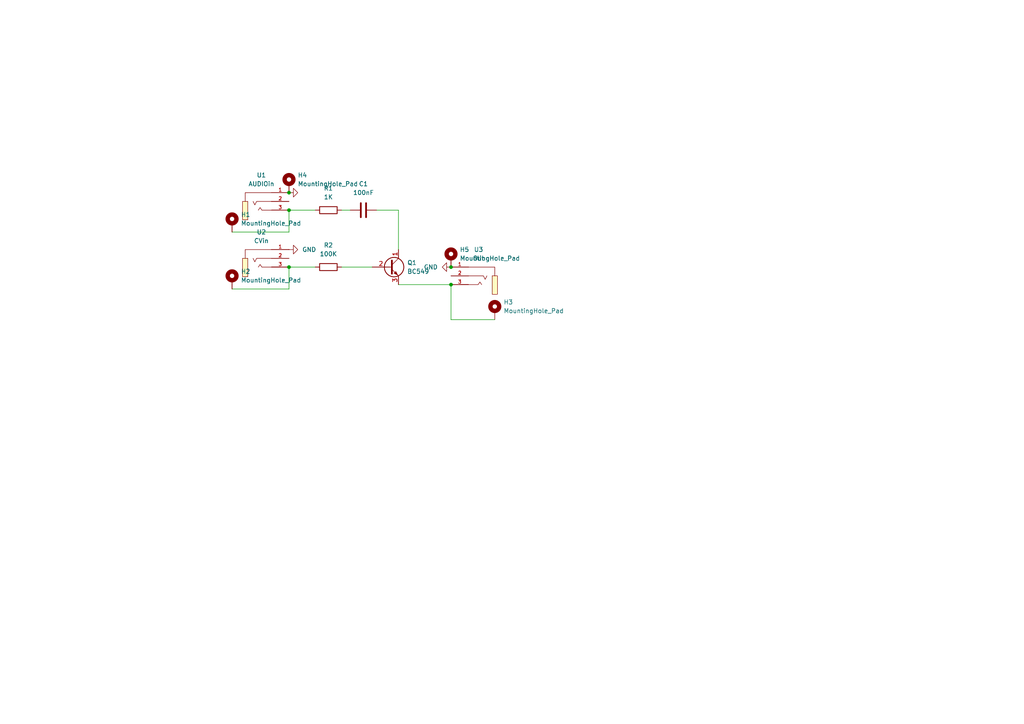
<source format=kicad_sch>
(kicad_sch (version 20231120) (generator "eeschema") (generator_version "8.0")
  (paper "A4")
  (lib_symbols
    (symbol "Device:C" (pin_numbers hide) (pin_names (offset 0.254))
      (property "Reference" "C" (at 0.635 2.54 0))
      (property "Value" "C" (at 0.635 -2.54 0))
      (symbol "C_0_1"
        (polyline (pts (xy -2.032 -0.762) (xy 2.032 -0.762)) (stroke (width 0.508)))
        (polyline (pts (xy -2.032 0.762) (xy 2.032 0.762)) (stroke (width 0.508)))
      )
      (symbol "C_1_1"
        (pin passive line (at 0 3.81 270) (length 2.794) (name "~") (number "1"))
        (pin passive line (at 0 -3.81 90) (length 2.794) (name "~") (number "2"))
      )
    )
    (symbol "Device:R" (pin_numbers hide) (pin_names (offset 0))
      (property "Reference" "R" (at 2.032 0 90))
      (property "Value" "R" (at 0 0 90))
      (symbol "R_0_1"
        (rectangle (start -1.016 -2.54) (end 1.016 2.54) (stroke (width 0.254)))
      )
      (symbol "R_1_1"
        (pin passive line (at 0 3.81 270) (length 1.27) (name "~") (number "1"))
        (pin passive line (at 0 -3.81 90) (length 1.27) (name "~") (number "2"))
      )
    )
    (symbol "Mechanical:MountingHole_Pad" (pin_numbers hide) (pin_names (offset 1.016) hide) (exclude_from_sim yes) (in_bom no)
      (property "Reference" "H" (at 0 6.35 0))
      (property "Value" "MountingHole_Pad" (at 0 4.445 0))
      (symbol "MountingHole_Pad_0_1"
        (circle (center 0 1.27) (radius 1.27) (stroke (width 1.27)))
      )
      (symbol "MountingHole_Pad_1_1"
        (pin input line (at 0 -2.54 90) (length 2.54) (name "1") (number "1"))
      )
    )
    (symbol "Transistor_BJT:BC549" (pin_names (offset 0) hide)
      (property "Reference" "Q" (at 5.08 1.905 0))
      (property "Value" "BC549" (at 5.08 0 0))
      (symbol "BC549_0_1"
        (polyline (pts (xy 0 0) (xy 0.635 0)))
        (polyline (pts (xy 0.635 0.635) (xy 2.54 2.54)))
        (polyline (pts (xy 0.635 -0.635) (xy 2.54 -2.54) (xy 2.54 -2.54)))
        (polyline (pts (xy 0.635 1.905) (xy 0.635 -1.905) (xy 0.635 -1.905)) (stroke (width 0.508)))
        (polyline (pts (xy 1.27 -1.778) (xy 1.778 -1.27) (xy 2.286 -2.286) (xy 1.27 -1.778) (xy 1.27 -1.778)) (fill (type outline)))
        (circle (center 1.27 0) (radius 2.8194) (stroke (width 0.254)))
      )
      (symbol "BC549_1_1"
        (pin passive line (at 2.54 5.08 270) (length 2.54) (name "C") (number "1"))
        (pin input line (at -5.08 0 0) (length 5.08) (name "B") (number "2"))
        (pin passive line (at 2.54 -5.08 90) (length 2.54) (name "E") (number "3"))
      )
    )
    (symbol "default_lib:PJ-313B" (pin_names hide)
      (property "Reference" "U" (at 0 1.27 0))
      (property "Value" "PJ-313B" (at 0 -2.54 0))
      (symbol "PJ-313B_0_1"
        (rectangle (start -8.382 2.54) (end -6.858 -2.794) (fill (type background)))
        (polyline (pts (xy 0 5.08) (xy -7.62 5.08) (xy -7.62 2.54)))
        (polyline (pts (xy 2.54 0) (xy -2.794 0) (xy -3.302 0.762) (xy -3.81 0)))
        (polyline (pts (xy 0 2.54) (xy -1.27 2.54) (xy -4.318 2.54) (xy -4.826 1.524) (xy -5.334 2.54)))
        (pin unspecified line (at 5.08 5.08 180) (length 5.08) (name "1") (number "1"))
        (pin unspecified line (at 5.08 2.54 180) (length 5.08) (name "2") (number "2"))
        (pin unspecified line (at 5.08 0 180) (length 5.08) (name "3") (number "3"))
      )
    )
    (symbol "power:GND" (power) (pin_numbers hide) (pin_names (offset 0) hide)
      (property "Value" "GND" (at 0 -3.81 0))
      (symbol "GND_0_1"
        (polyline (pts (xy 0 0) (xy 0 -1.27) (xy 1.27 -1.27) (xy 0 -2.54) (xy -1.27 -1.27) (xy 0 -1.27)))
      )
      (symbol "GND_1_1"
        (pin power_in line (at 0 0 270) (length 0) (name "~") (number "1"))
      )
    )
  )
  (junction (at 83.82 77.47))
  (junction (at 130.81 82.55))
  (junction (at 83.82 60.96))
  (junction (at 83.82 55.88))
  (junction (at 130.81 77.47))
  (wire (pts (xy 83.82 83.82) (xy 83.82 77.47)))
  (wire (pts (xy 130.81 92.71) (xy 130.81 82.55)))
  (wire (pts (xy 83.82 60.96) (xy 91.44 60.96)))
  (wire (pts (xy 67.31 83.82) (xy 83.82 83.82)))
  (wire (pts (xy 67.31 67.31) (xy 83.82 67.31)))
  (wire (pts (xy 83.82 77.47) (xy 91.44 77.47)))
  (wire (pts (xy 99.06 77.47) (xy 107.95 77.47)))
  (wire (pts (xy 99.06 60.96) (xy 101.6 60.96)))
  (wire (pts (xy 115.57 60.96) (xy 115.57 72.39)))
  (wire (pts (xy 115.57 82.55) (xy 130.81 82.55)))
  (wire (pts (xy 109.22 60.96) (xy 115.57 60.96)))
  (wire (pts (xy 143.51 92.71) (xy 130.81 92.71)))
  (wire (pts (xy 83.82 67.31) (xy 83.82 60.96)))
  (symbol (lib_id "power:GND") (at 83.82 55.88 90) (unit 1)
    (property "Reference" "#PWR03" (effects (hide yes)))
    (property "Value" "GND" (effects (hide yes)))
    (property "Description" "Power symbol creates a global label with name \"GND\" , ground" (effects (hide yes)))
  )
  (symbol (lib_id "Mechanical:MountingHole_Pad") (at 130.81 74.93 0) (unit 1) (exclude_from_sim yes) (in_bom no)
    (property "Reference" "H5" (at 133.35 72.3899 0) (effects (justify left)))
    (property "Value" "MountingHole_Pad" (at 133.35 74.9299 0) (effects (justify left)))
    (property "Footprint" "MountingHole:MountingHole_2.2mm_M2_Pad_TopBottom" (effects (hide yes)))
    (property "Description" "Mounting Hole with connection" (effects (hide yes)))
  )
  (symbol (lib_id "Mechanical:MountingHole_Pad") (at 67.31 81.28 0) (unit 1) (exclude_from_sim yes) (in_bom no)
    (property "Reference" "H2" (at 69.85 78.7399 0) (effects (justify left)))
    (property "Value" "MountingHole_Pad" (at 69.85 81.2799 0) (effects (justify left)))
    (property "Footprint" "MountingHole:MountingHole_2.2mm_M2_Pad_TopBottom" (effects (hide yes)))
    (property "Description" "Mounting Hole with connection" (effects (hide yes)))
  )
  (symbol (lib_id "Transistor_BJT:BC549") (at 113.03 77.47 0) (unit 1)
    (property "Reference" "Q1" (at 118.11 76.1999 0) (effects (justify left)))
    (property "Value" "BC549" (at 118.11 78.7399 0) (effects (justify left)))
    (property "Footprint" "Package_TO_SOT_THT:TO-92_Inline" (effects (hide yes)))
    (property "Datasheet" "https://www.onsemi.com/pub/Collateral/BC550-D.pdf" (effects (hide yes)))
    (property "Description" "0.1A Ic, 30V Vce, Small Signal NPN Transistor, TO-92" (effects (hide yes)))
  )
  (symbol (lib_id "Device:R") (at 95.25 60.96 90) (unit 1)
    (property "Reference" "R1" (at 95.25 54.61 90))
    (property "Value" "1K" (at 95.25 57.15 90))
    (property "Footprint" "Resistor_SMD:R_0402_1005Metric" (effects (hide yes)))
    (property "Description" "Resistor" (effects (hide yes)))
  )
  (symbol (lib_id "default_lib:PJ-313B") (at 135.89 82.55 0) (mirror y) (unit 1)
    (property "Reference" "U3" (at 138.811 72.39 0))
    (property "Value" "Out" (at 138.811 74.93 0))
    (property "Footprint" "JLC2KiCad_lib:AUDIO-TH_PJ-313B" (effects (hide yes)))
    (property "Datasheet" "https://atta.szlcsc.com/upload/public/pdf/source/20240521/30DE06228319C2EE8C87E2A846BC82FD.pdf" (effects (hide yes)))
    (property "LCSC" "C22435690" (effects (hide yes)))
  )
  (symbol (lib_id "Mechanical:MountingHole_Pad") (at 67.31 64.77 0) (unit 1) (exclude_from_sim yes) (in_bom no)
    (property "Reference" "H1" (at 69.85 62.2299 0) (effects (justify left)))
    (property "Value" "MountingHole_Pad" (at 69.85 64.7699 0) (effects (justify left)))
    (property "Footprint" "MountingHole:MountingHole_2.2mm_M2_Pad_TopBottom" (effects (hide yes)))
    (property "Description" "Mounting Hole with connection" (effects (hide yes)))
  )
  (symbol (lib_id "Device:R") (at 95.25 77.47 90) (unit 1)
    (property "Reference" "R2" (at 95.25 71.12 90))
    (property "Value" "100K" (at 95.25 73.66 90))
    (property "Footprint" "Resistor_SMD:R_0402_1005Metric" (effects (hide yes)))
    (property "Description" "Resistor" (effects (hide yes)))
  )
  (symbol (lib_id "Mechanical:MountingHole_Pad") (at 143.51 90.17 0) (unit 1) (exclude_from_sim yes) (in_bom no)
    (property "Reference" "H3" (at 146.05 87.6299 0) (effects (justify left)))
    (property "Value" "MountingHole_Pad" (at 146.05 90.1699 0) (effects (justify left)))
    (property "Footprint" "MountingHole:MountingHole_2.2mm_M2_Pad_TopBottom" (effects (hide yes)))
    (property "Description" "Mounting Hole with connection" (effects (hide yes)))
  )
  (symbol (lib_id "default_lib:PJ-313B") (at 78.74 77.47 0) (unit 1)
    (property "Reference" "U2" (at 75.819 67.31 0))
    (property "Value" "CVin" (at 75.819 69.85 0))
    (property "Footprint" "JLC2KiCad_lib:AUDIO-TH_PJ-313B" (effects (hide yes)))
    (property "Datasheet" "https://atta.szlcsc.com/upload/public/pdf/source/20240521/30DE06228319C2EE8C87E2A846BC82FD.pdf" (effects (hide yes)))
    (property "LCSC" "C22435690" (effects (hide yes)))
  )
  (symbol (lib_id "Mechanical:MountingHole_Pad") (at 83.82 53.34 0) (unit 1) (exclude_from_sim yes) (in_bom no)
    (property "Reference" "H4" (at 86.36 50.7999 0) (effects (justify left)))
    (property "Value" "MountingHole_Pad" (at 86.36 53.3399 0) (effects (justify left)))
    (property "Footprint" "MountingHole:MountingHole_2.2mm_M2_Pad_TopBottom" (effects (hide yes)))
    (property "Description" "Mounting Hole with connection" (effects (hide yes)))
  )
  (symbol (lib_id "Device:C") (at 105.41 60.96 90) (unit 1)
    (property "Reference" "C1" (at 105.41 53.34 90))
    (property "Value" "100nF" (at 105.41 55.88 90))
    (property "Footprint" "Capacitor_SMD:C_0402_1005Metric" (effects (hide yes)))
    (property "Description" "Unpolarized capacitor" (effects (hide yes)))
  )
  (symbol (lib_id "power:GND") (at 130.81 77.47 270) (unit 1)
    (property "Reference" "#PWR02" (effects (hide yes)))
    (property "Value" "GND" (at 127 77.4699 90) (effects (justify right)))
    (property "Description" "Power symbol creates a global label with name \"GND\" , ground" (effects (hide yes)))
  )
  (symbol (lib_id "default_lib:PJ-313B") (at 78.74 60.96 0) (unit 1)
    (property "Reference" "U1" (at 75.819 50.8 0))
    (property "Value" "AUDIOin" (at 75.819 53.34 0))
    (property "Footprint" "JLC2KiCad_lib:AUDIO-TH_PJ-313B" (effects (hide yes)))
    (property "Datasheet" "https://atta.szlcsc.com/upload/public/pdf/source/20240521/30DE06228319C2EE8C87E2A846BC82FD.pdf" (effects (hide yes)))
    (property "LCSC" "C22435690" (effects (hide yes)))
  )
  (symbol (lib_id "power:GND") (at 83.82 72.39 90) (unit 1)
    (property "Reference" "#PWR01" (effects (hide yes)))
    (property "Value" "GND" (at 87.63 72.3899 90) (effects (justify right)))
    (property "Description" "Power symbol creates a global label with name \"GND\" , ground" (effects (hide yes)))
  )
)
</source>
